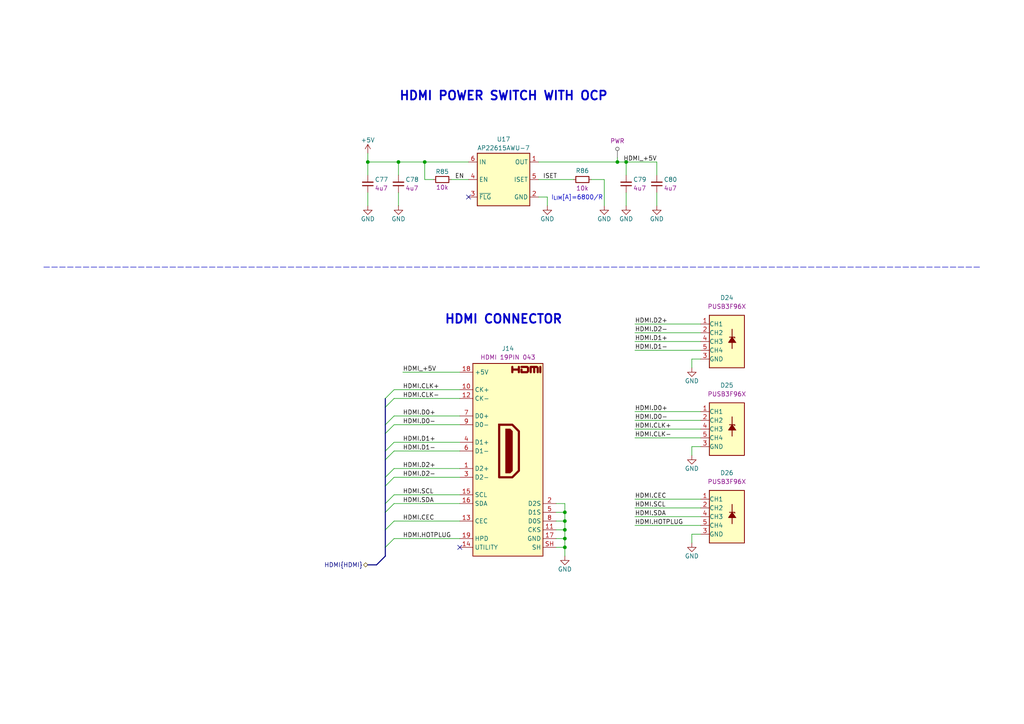
<source format=kicad_sch>
(kicad_sch (version 20250114) (generator "eeschema") (generator_version "9.0")
  (paper "A4")
  (title_block (title "ModuCard CM5 module") (date "2025-10-10") (rev "1.0.0") (company "KoNaR") (comment 1 "Project author: Dominik Pluta"))
  (lib_symbols
    (symbol "DW-ICs:AP22615AWU-7"
      (property "Reference" "U" (at 34.29 0 0))
      (property "MPN" "AP22615AWU-7" (at 34.29 -15.24 0))
      (symbol "AP22615AWU-7_0_1"
        (rectangle (start 2.54 2.54) (end 17.78 -12.7) (stroke (width 0.254)) (fill (type background)))
      )
      (symbol "AP22615AWU-7_1_0"
        (pin power_in line (at 0 0 0) (length 2.54) (name "IN") (number "6"))
        (pin input line (at 0 -5.08 0) (length 2.54) (name "EN") (number "4"))
        (pin open_collector line (at 0 -10.16 0) (length 2.54) (name "~{FLG}") (number "3"))
        (pin power_out line (at 20.32 0 180) (length 2.54) (name "OUT") (number "1"))
        (pin passive line (at 20.32 -5.08 180) (length 2.54) (name "ISET") (number "5"))
        (pin power_in line (at 20.32 -10.16 180) (length 2.54) (name "GND") (number "2"))
      )
    )
    (symbol "DW-TVS:PUSB3F96X" (pin_names (offset 0.002))
      (property "Reference" "D" (at 15.24 0 0))
      (property "MPN" "PUSB3F96X" (at 15.24 -15.24 0))
      (symbol "PUSB3F96X_1_1"
        (rectangle (start 2.54 -12.7) (end 12.7 2.54) (stroke (width 0.254)) (fill (type background)))
        (polyline (pts (xy 8.382 -3.81) (xy 9.906 -3.81) (xy 9.906 -4.064)) (stroke (width 0.254)))
        (polyline (pts (xy 9.144 -1.524) (xy 9.144 -7.112)) (stroke (width 0.254)))
        (polyline (pts (xy 10.16 -5.334) (xy 9.144 -3.81) (xy 8.128 -5.334) (xy 10.16 -5.334)) (stroke (width 0.254)) (fill (type outline)))
        (pin passive line (at 0 0 0) (length 2.54) (name "CH1") (number "1"))
        (pin passive line (at 0 0 0) (length 2.54) (hide yes) (name "CH1") (number "10"))
        (pin passive line (at 0 -2.54 0) (length 2.54) (name "CH2") (number "2"))
        (pin passive line (at 0 -2.54 0) (length 2.54) (hide yes) (name "CH2") (number "9"))
        (pin passive line (at 0 -5.08 0) (length 2.54) (name "CH3") (number "4"))
        (pin passive line (at 0 -5.08 0) (length 2.54) (hide yes) (name "CH3") (number "7"))
        (pin passive line (at 0 -7.62 0) (length 2.54) (name "CH4") (number "5"))
        (pin passive line (at 0 -7.62 0) (length 2.54) (hide yes) (name "CH4") (number "6"))
        (pin passive line (at 0 -10.16 0) (length 2.54) (name "GND") (number "3"))
        (pin passive line (at 0 -10.16 0) (length 2.54) (hide yes) (name "GND") (number "8"))
      )
    )
    (symbol "DW-capacitors:C-4u7-0402" (pin_numbers (hide yes)) (pin_names (hide yes))
      (property "Reference" "C" (at 12.7 0 0))
      (property "Val" "4u7" (at 12.7 -20.32 0))
      (symbol "C-4u7-0402_0_1"
        (polyline (pts (xy 2.032 -1.524) (xy 2.032 1.524)) (stroke (width 0.3048)))
        (polyline (pts (xy 3.048 -1.524) (xy 3.048 1.524)) (stroke (width 0.3302)))
      )
      (symbol "C-4u7-0402_1_1"
        (pin passive line (at 0 0 0) (length 2.032) (name "~") (number "1"))
        (pin passive line (at 5.08 0 180) (length 2.032) (name "~") (number "2"))
      )
    )
    (symbol "DW-connectors:HDMI-A_HDMI-19PIN-043"
      (property "Reference" "J" (at 26.67 0 0))
      (property "MPN" "HDMI 19PIN 043" (at 26.67 -15.24 0))
      (symbol "HDMI-A_HDMI-19PIN-043_0_0"
        (polyline (pts (xy 15.24 0) (xy 15.24 1.524) (xy 15.24 0.762) (xy 17.145 0.762) (xy 17.145 1.524) (xy 17.145 0)) (stroke (width 0.635)))
        (polyline (pts (xy 17.907 1.524) (xy 19.558 1.524) (xy 19.812 1.27) (xy 19.812 0.254) (xy 19.558 0) (xy 17.907 0) (xy 17.907 0.762)) (stroke (width 0.635)))
        (polyline (pts (xy 23.368 0) (xy 23.368 1.524)) (stroke (width 0.635)))
      )
      (symbol "HDMI-A_HDMI-19PIN-043_0_1"
        (polyline (pts (xy 11.43 -15.24) (xy 15.24 -15.24) (xy 17.145 -17.145) (xy 17.145 -28.575) (xy 15.24 -30.48) (xy 11.43 -30.48) (xy 11.43 -15.24)) (stroke (width 0.635)))
        (polyline (pts (xy 13.335 -16.51) (xy 14.605 -16.51) (xy 15.24 -17.145) (xy 15.24 -28.575) (xy 14.605 -29.21) (xy 13.335 -29.21) (xy 13.335 -16.51)) (stroke (width 0.254)) (fill (type outline)))
        (polyline (pts (xy 20.574 0) (xy 20.574 1.524) (xy 21.59 1.524) (xy 21.59 0) (xy 21.59 1.524) (xy 22.352 1.524) (xy 22.606 1.27) (xy 22.606 0)) (stroke (width 0.635)))
      )
      (symbol "HDMI-A_HDMI-19PIN-043_1_1"
        (rectangle (start 3.81 2.54) (end 24.13 -53.34) (stroke (width 0.254)) (fill (type background)))
        (pin power_in line (at 0 0 0) (length 3.81) (name "+5V") (number "18"))
        (pin bidirectional line (at 0 -5.08 0) (length 3.81) (name "CK+") (number "10"))
        (pin bidirectional line (at 0 -7.62 0) (length 3.81) (name "CK-") (number "12"))
        (pin bidirectional line (at 0 -12.7 0) (length 3.81) (name "D0+") (number "7"))
        (pin bidirectional line (at 0 -15.24 0) (length 3.81) (name "D0-") (number "9"))
        (pin bidirectional line (at 0 -20.32 0) (length 3.81) (name "D1+") (number "4"))
        (pin bidirectional line (at 0 -22.86 0) (length 3.81) (name "D1-") (number "6"))
        (pin bidirectional line (at 0 -27.94 0) (length 3.81) (name "D2+") (number "1"))
        (pin bidirectional line (at 0 -30.48 0) (length 3.81) (name "D2-") (number "3"))
        (pin bidirectional line (at 0 -35.56 0) (length 3.81) (name "SCL") (number "15"))
        (pin bidirectional line (at 0 -38.1 0) (length 3.81) (name "SDA") (number "16"))
        (pin bidirectional line (at 0 -43.18 0) (length 3.81) (name "CEC") (number "13"))
        (pin bidirectional line (at 0 -48.26 0) (length 3.81) (name "HPD") (number "19"))
        (pin bidirectional line (at 0 -50.8 0) (length 3.81) (name "UTILITY") (number "14"))
        (pin passive line (at 27.94 -38.1 180) (length 3.81) (name "D2S") (number "2"))
        (pin passive line (at 27.94 -40.64 180) (length 3.81) (name "D1S") (number "5"))
        (pin passive line (at 27.94 -43.18 180) (length 3.81) (name "D0S") (number "8"))
        (pin passive line (at 27.94 -45.72 180) (length 3.81) (name "CKS") (number "11"))
        (pin power_in line (at 27.94 -48.26 180) (length 3.81) (name "GND") (number "17"))
        (pin passive line (at 27.94 -50.8 180) (length 3.81) (name "SH") (number "SH"))
      )
    )
    (symbol "DW-power-symbols:+5V" (power) (pin_numbers (hide yes)) (pin_names (offset 0) (hide yes))
      (property "Value" "+5V" (at 0 3.556 0))
      (symbol "+5V_0_1"
        (polyline (pts (xy -0.762 1.27) (xy 0 2.54)))
        (polyline (pts (xy 0 2.54) (xy 0.762 1.27)))
        (polyline (pts (xy 0 0) (xy 0 2.54)))
      )
      (symbol "+5V_1_1"
        (pin power_in line (at 0 0 90) (length 0) (name "~") (number "1"))
      )
    )
    (symbol "DW-power-symbols:GND" (power) (pin_numbers (hide yes)) (pin_names (offset 0) (hide yes))
      (property "Value" "GND" (at 0 -3.81 0))
      (symbol "GND_0_1"
        (polyline (pts (xy 0 0) (xy 0 -1.27) (xy 1.27 -1.27) (xy 0 -2.54) (xy -1.27 -1.27) (xy 0 -1.27)))
      )
      (symbol "GND_1_1"
        (pin power_in line (at 0 0 270) (length 0) (name "~") (number "1"))
      )
    )
    (symbol "DW-resistors:R-10k-0402" (pin_numbers (hide yes)) (pin_names (offset 0) (hide yes))
      (property "Reference" "R" (at 12.7 0 0))
      (property "Val" "10k" (at 12.7 -20.32 0))
      (symbol "R-10k-0402_0_1"
        (rectangle (start 0.635 0.889) (end 4.445 -0.889) (stroke (width 0.254)))
      )
      (symbol "R-10k-0402_1_1"
        (pin passive line (at 0 0 0) (length 0.635) (name "~") (number "1"))
        (pin passive line (at 5.08 0 180) (length 0.635) (name "~") (number "2"))
      )
    )
  )
  (bus_alias "HDMI" (members "D2+" "D2-" "D1+" "D1-" "D0+" "D0-" "CLK+" "CLK-" "SDA" "SCL" "CEC" "HOTPLUG"))
  (text "HDMI POWER SWITCH WITH OCP" (at 146.05 27.94 0) (effects (font (size 2.54 2.54) (thickness 0.508) (bold yes))))
  (text "HDMI CONNECTOR" (at 146.05 92.71 0) (effects (font (size 2.54 2.54) (bold yes))))
  (text "I_{LIM}[A]=6800/R" (at 167.386 57.404 0) (effects (font (size 1.27 1.27))))
  (junction (at 115.57 46.99))
  (junction (at 106.68 46.99))
  (junction (at 163.83 148.59))
  (junction (at 181.61 46.99))
  (junction (at 163.83 156.21))
  (junction (at 163.83 153.67))
  (junction (at 163.83 158.75))
  (junction (at 179.07 46.99))
  (junction (at 123.19 46.99))
  (junction (at 163.83 151.13))
  (no_connect (at 133.35 158.75))
  (no_connect (at 135.89 57.15))
  (bus_entry (at 111.76 115.57) (size 2.54 -2.54))
  (bus_entry (at 111.76 123.19) (size 2.54 -2.54))
  (bus_entry (at 111.76 125.73) (size 2.54 -2.54))
  (bus_entry (at 111.76 130.81) (size 2.54 -2.54))
  (bus_entry (at 111.76 133.35) (size 2.54 -2.54))
  (bus_entry (at 111.76 140.97) (size 2.54 -2.54))
  (bus_entry (at 111.76 118.11) (size 2.54 -2.54))
  (bus_entry (at 111.76 138.43) (size 2.54 -2.54))
  (bus_entry (at 111.76 158.75) (size 2.54 -2.54))
  (bus_entry (at 111.76 146.05) (size 2.54 -2.54))
  (bus_entry (at 111.76 148.59) (size 2.54 -2.54))
  (bus_entry (at 111.76 153.67) (size 2.54 -2.54))
  (wire (pts (xy 114.3 138.43) (xy 133.35 138.43)))
  (wire (pts (xy 181.61 46.99) (xy 181.61 50.8)))
  (wire (pts (xy 190.5 46.99) (xy 190.5 50.8)))
  (wire (pts (xy 115.57 46.99) (xy 115.57 50.8)))
  (wire (pts (xy 203.2 127) (xy 184.15 127)))
  (wire (pts (xy 163.83 153.67) (xy 163.83 156.21)))
  (wire (pts (xy 114.3 156.21) (xy 133.35 156.21)))
  (bus (pts (xy 106.68 163.83) (xy 109.22 163.83)))
  (wire (pts (xy 106.68 46.99) (xy 106.68 50.8)))
  (wire (pts (xy 158.75 57.15) (xy 156.21 57.15)))
  (wire (pts (xy 156.21 46.99) (xy 179.07 46.99)))
  (wire (pts (xy 106.68 55.88) (xy 106.68 59.69)))
  (bus (pts (xy 111.76 123.19) (xy 111.76 125.73)))
  (bus (pts (xy 111.76 146.05) (xy 111.76 148.59)))
  (wire (pts (xy 114.3 135.89) (xy 133.35 135.89)))
  (wire (pts (xy 161.29 148.59) (xy 163.83 148.59)))
  (wire (pts (xy 181.61 46.99) (xy 190.5 46.99)))
  (bus (pts (xy 111.76 140.97) (xy 111.76 146.05)))
  (wire (pts (xy 163.83 146.05) (xy 163.83 148.59)))
  (wire (pts (xy 156.21 52.07) (xy 166.37 52.07)))
  (wire (pts (xy 161.29 151.13) (xy 163.83 151.13)))
  (wire (pts (xy 184.15 144.78) (xy 203.2 144.78)))
  (bus (pts (xy 111.76 125.73) (xy 111.76 130.81)))
  (wire (pts (xy 184.15 93.98) (xy 203.2 93.98)))
  (wire (pts (xy 161.29 156.21) (xy 163.83 156.21)))
  (wire (pts (xy 163.83 148.59) (xy 163.83 151.13)))
  (bus (pts (xy 111.76 118.11) (xy 111.76 123.19)))
  (wire (pts (xy 114.3 143.51) (xy 133.35 143.51)))
  (wire (pts (xy 179.07 46.99) (xy 181.61 46.99)))
  (wire (pts (xy 175.26 52.07) (xy 175.26 59.69)))
  (wire (pts (xy 200.66 129.54) (xy 200.66 132.08)))
  (wire (pts (xy 114.3 113.03) (xy 133.35 113.03)))
  (wire (pts (xy 200.66 154.94) (xy 200.66 157.48)))
  (wire (pts (xy 203.2 99.06) (xy 184.15 99.06)))
  (wire (pts (xy 163.83 156.21) (xy 163.83 158.75)))
  (wire (pts (xy 203.2 124.46) (xy 184.15 124.46)))
  (wire (pts (xy 123.19 52.07) (xy 125.73 52.07)))
  (bus (pts (xy 109.22 163.83) (xy 111.76 161.29)))
  (wire (pts (xy 114.3 115.57) (xy 133.35 115.57)))
  (wire (pts (xy 106.68 46.99) (xy 115.57 46.99)))
  (wire (pts (xy 163.83 151.13) (xy 163.83 153.67)))
  (wire (pts (xy 114.3 146.05) (xy 133.35 146.05)))
  (wire (pts (xy 115.57 55.88) (xy 115.57 59.69)))
  (wire (pts (xy 200.66 104.14) (xy 200.66 106.68)))
  (wire (pts (xy 203.2 154.94) (xy 200.66 154.94)))
  (wire (pts (xy 184.15 96.52) (xy 203.2 96.52)))
  (wire (pts (xy 203.2 121.92) (xy 184.15 121.92)))
  (wire (pts (xy 114.3 120.65) (xy 133.35 120.65)))
  (wire (pts (xy 158.75 57.15) (xy 158.75 59.69)))
  (wire (pts (xy 190.5 55.88) (xy 190.5 59.69)))
  (wire (pts (xy 203.2 149.86) (xy 184.15 149.86)))
  (wire (pts (xy 184.15 147.32) (xy 203.2 147.32)))
  (bus (pts (xy 111.76 138.43) (xy 111.76 140.97)))
  (wire (pts (xy 179.07 45.72) (xy 179.07 46.99)))
  (wire (pts (xy 114.3 128.27) (xy 133.35 128.27)))
  (wire (pts (xy 163.83 158.75) (xy 163.83 161.29)))
  (wire (pts (xy 161.29 146.05) (xy 163.83 146.05)))
  (polyline (pts (xy 12.7 77.47) (xy 284.48 77.47)) (stroke (width 0) (type dash)))
  (wire (pts (xy 203.2 101.6) (xy 184.15 101.6)))
  (wire (pts (xy 123.19 46.99) (xy 123.19 52.07)))
  (wire (pts (xy 161.29 153.67) (xy 163.83 153.67)))
  (bus (pts (xy 111.76 158.75) (xy 111.76 161.29)))
  (wire (pts (xy 116.84 107.95) (xy 133.35 107.95)))
  (wire (pts (xy 114.3 151.13) (xy 133.35 151.13)))
  (wire (pts (xy 203.2 129.54) (xy 200.66 129.54)))
  (bus (pts (xy 111.76 115.57) (xy 111.76 118.11)))
  (wire (pts (xy 115.57 46.99) (xy 123.19 46.99)))
  (wire (pts (xy 114.3 123.19) (xy 133.35 123.19)))
  (wire (pts (xy 203.2 104.14) (xy 200.66 104.14)))
  (wire (pts (xy 114.3 130.81) (xy 133.35 130.81)))
  (bus (pts (xy 111.76 130.81) (xy 111.76 133.35)))
  (wire (pts (xy 171.45 52.07) (xy 175.26 52.07)))
  (wire (pts (xy 135.89 52.07) (xy 130.81 52.07)))
  (wire (pts (xy 106.68 44.45) (xy 106.68 46.99)))
  (bus (pts (xy 111.76 133.35) (xy 111.76 138.43)))
  (bus (pts (xy 111.76 148.59) (xy 111.76 153.67)))
  (wire (pts (xy 203.2 152.4) (xy 184.15 152.4)))
  (bus (pts (xy 111.76 153.67) (xy 111.76 158.75)))
  (wire (pts (xy 181.61 55.88) (xy 181.61 59.69)))
  (wire (pts (xy 203.2 119.38) (xy 184.15 119.38)))
  (wire (pts (xy 161.29 158.75) (xy 163.83 158.75)))
  (wire (pts (xy 123.19 46.99) (xy 135.89 46.99)))
  (label "HDMI.CLK-" (at 184.15 127 0))
  (label "HDMI.D1-" (at 116.84 130.81 0))
  (label "HDMI.D0-" (at 116.84 123.19 0))
  (label "HDMI.SCL" (at 116.84 143.51 0))
  (label "ISET" (at 157.48 52.07 0))
  (label "HDMI.D1+" (at 184.15 99.06 0))
  (label "HDMI.D0-" (at 184.15 121.92 0))
  (label "HDMI.D2+" (at 116.84 135.89 0))
  (label "EN" (at 134.62 52.07 180))
  (label "HDMI.D1+" (at 116.84 128.27 0))
  (label "HDMI.CEC" (at 184.15 144.78 0))
  (label "HDMI.D1-" (at 184.15 101.6 0))
  (label "HDMI.SCL" (at 184.15 147.32 0))
  (label "HDMI.CLK+" (at 184.15 124.46 0))
  (label "HDMI.HOTPLUG" (at 184.15 152.4 0))
  (label "HDMI.D2+" (at 184.15 93.98 0))
  (label "HDMI_+5V" (at 190.5 46.99 180))
  (label "HDMI.CLK-" (at 116.84 115.57 0))
  (label "HDMI.D0+" (at 184.15 119.38 0))
  (label "HDMI.SDA" (at 116.84 146.05 0))
  (label "HDMI.D0+" (at 116.84 120.65 0))
  (label "HDMI.SDA" (at 184.15 149.86 0))
  (label "HDMI.CLK+" (at 116.84 113.03 0))
  (label "HDMI.D2-" (at 116.84 138.43 0))
  (label "HDMI.HOTPLUG" (at 116.84 156.21 0))
  (label "HDMI.D2-" (at 184.15 96.52 0))
  (label "HDMI.CEC" (at 116.84 151.13 0))
  (label "HDMI_+5V" (at 116.84 107.95 0))
  (hierarchical_label "HDMI{HDMI}" (shape bidirectional) (at 106.68 163.83 180))
  (netclass_flag "" (length 2.54) (shape round) (at 179.07 45.72 0) (property "Netclass" "PWR" (at 179.07 40.894 0)))
  (symbol (lib_id "DW-power-symbols:GND") (at 200.66 132.08 0) (mirror y) (unit 1)
    (property "Reference" "#PWR0205" (effects (hide yes)))
    (property "Value" "GND" (at 200.66 135.89 0))
    (property "Description" "Power symbol creates a global label with name \"GND\" , ground" (effects (hide yes)))
  )
  (symbol (lib_id "DW-capacitors:C-4u7-0402") (at 115.57 55.88 90) (unit 1)
    (property "Reference" "C78" (at 117.602 52.07 90) (effects (justify right)))
    (property "Value" "C-4u7-0402" (effects (hide yes)))
    (property "Footprint" "DW-footprints:C_0402_1005Metric" (effects (hide yes)))
    (property "Datasheet" "https://lcsc.com/datasheet/lcsc_datasheet_2304140030_Samsung-Electro-Mechanics-CL05A475MP5NRNC_C23733.pdf" (effects (hide yes)))
    (property "Description" "10V 4.7uF X5R ±20% 0402 Multilayer Ceramic Capacitors MLCC - SMD/SMT ROHS" (effects (hide yes)))
    (property "Manufacturer" "Samsung Electro-Mechanics" (effects (hide yes)))
    (property "MPN" "CL05A475MP5NRNC" (effects (hide yes)))
    (property "LCSC" "C23733" (effects (hide yes)))
    (property "Val" "4u7" (at 117.602 54.61 90) (effects (justify right)))
    (property "Tolerance" "20%" (effects (hide yes)))
    (property "Voltage" "10V" (effects (hide yes)))
    (property "Dielectric" "X5R" (effects (hide yes)))
  )
  (symbol (lib_id "DW-power-symbols:GND") (at 181.61 59.69 0) (unit 1)
    (property "Reference" "#PWR0201" (effects (hide yes)))
    (property "Value" "GND" (at 181.61 63.5 0))
    (property "Description" "Power symbol creates a global label with name \"GND\" , ground" (effects (hide yes)))
  )
  (symbol (lib_id "DW-power-symbols:GND") (at 200.66 157.48 0) (mirror y) (unit 1)
    (property "Reference" "#PWR0206" (effects (hide yes)))
    (property "Value" "GND" (at 200.66 161.29 0))
    (property "Description" "Power symbol creates a global label with name \"GND\" , ground" (effects (hide yes)))
  )
  (symbol (lib_id "DW-power-symbols:GND") (at 190.5 59.69 0) (unit 1)
    (property "Reference" "#PWR0202" (effects (hide yes)))
    (property "Value" "GND" (at 190.5 63.5 0))
    (property "Description" "Power symbol creates a global label with name \"GND\" , ground" (effects (hide yes)))
  )
  (symbol (lib_id "DW-power-symbols:GND") (at 115.57 59.69 0) (unit 1)
    (property "Reference" "#PWR0198" (effects (hide yes)))
    (property "Value" "GND" (at 115.57 63.5 0))
    (property "Description" "Power symbol creates a global label with name \"GND\" , ground" (effects (hide yes)))
  )
  (symbol (lib_id "DW-connectors:HDMI-A_HDMI-19PIN-043") (at 133.35 107.95 0) (unit 1)
    (property "Reference" "J14" (at 147.32 101.092 0))
    (property "Value" "HDMI-A_HDMI-19PIN-043" (effects (hide yes)))
    (property "Footprint" "DW-footprints:Conn_HDMI-A_HDMI-19PIN-043" (effects (hide yes)))
    (property "Datasheet" "https://lcsc.com/datasheet/lcsc_datasheet_2306201607_SHOU-HAN-HDMI-19PIN-043_C2858275.pdf" (effects (hide yes)))
    (property "Description" "HDMI Receptacle Connector 19 Position Surface Mount, Right Angle; Through Hole" (effects (hide yes)))
    (property "Manufacturer" "SHOU HAN" (effects (hide yes)))
    (property "MPN" "HDMI 19PIN 043" (at 147.32 103.632 0))
    (property "LCSC" "C2858275" (effects (hide yes)))
  )
  (symbol (lib_id "DW-capacitors:C-4u7-0402") (at 106.68 55.88 90) (unit 1)
    (property "Reference" "C77" (at 108.712 52.07 90) (effects (justify right)))
    (property "Value" "C-4u7-0402" (effects (hide yes)))
    (property "Footprint" "DW-footprints:C_0402_1005Metric" (effects (hide yes)))
    (property "Datasheet" "https://lcsc.com/datasheet/lcsc_datasheet_2304140030_Samsung-Electro-Mechanics-CL05A475MP5NRNC_C23733.pdf" (effects (hide yes)))
    (property "Description" "10V 4.7uF X5R ±20% 0402 Multilayer Ceramic Capacitors MLCC - SMD/SMT ROHS" (effects (hide yes)))
    (property "Manufacturer" "Samsung Electro-Mechanics" (effects (hide yes)))
    (property "MPN" "CL05A475MP5NRNC" (effects (hide yes)))
    (property "LCSC" "C23733" (effects (hide yes)))
    (property "Val" "4u7" (at 108.712 54.61 90) (effects (justify right)))
    (property "Tolerance" "20%" (effects (hide yes)))
    (property "Voltage" "10V" (effects (hide yes)))
    (property "Dielectric" "X5R" (effects (hide yes)))
  )
  (symbol (lib_id "DW-TVS:PUSB3F96X") (at 203.2 144.78 0) (unit 1)
    (property "Reference" "D26" (at 210.82 137.16 0))
    (property "Value" "PUSB3F96X" (effects (hide yes)))
    (property "Footprint" "DW-footprints:SOT1176-1" (effects (hide yes)))
    (property "Datasheet" "https://mouser.com/datasheet/2/916/PUSB3F96-1600324.pdf" (effects (hide yes)))
    (property "Description" "TVS diode array, 10 kV, DFN-2510, 5.5 V, 0.5 pF" (effects (hide yes)))
    (property "Manufacturer" "Nexperia" (effects (hide yes)))
    (property "MPN" "PUSB3F96X" (at 210.82 139.7 0))
    (property "LCSC" "C478121" (effects (hide yes)))
  )
  (symbol (lib_id "DW-power-symbols:GND") (at 158.75 59.69 0) (unit 1)
    (property "Reference" "#PWR0199" (effects (hide yes)))
    (property "Value" "GND" (at 158.75 63.5 0))
    (property "Description" "Power symbol creates a global label with name \"GND\" , ground" (effects (hide yes)))
  )
  (symbol (lib_id "DW-resistors:R-10k-0402") (at 125.73 52.07 0) (unit 1)
    (property "Reference" "R85" (at 128.27 49.784 0))
    (property "Value" "R-10k-0402" (effects (hide yes)))
    (property "Footprint" "DW-footprints:R_0402_1005Metric" (effects (hide yes)))
    (property "Datasheet" "https://lcsc.com/datasheet/lcsc_datasheet_2411221126_UNI-ROYAL-Uniroyal-Elec-0402WGF1002TCE_C25744.pdf" (effects (hide yes)))
    (property "Description" "62.5mW Thick Film Resistor 50V ±100ppm/℃ ±1% 10kΩ 0402 Chip Resistor - Surface Mount ROHS" (effects (hide yes)))
    (property "Manufacturer" "UNI-ROYAL(Uniroyal Elec)" (effects (hide yes)))
    (property "MPN" "0402WGF1002TCE" (effects (hide yes)))
    (property "LCSC" "C25744" (effects (hide yes)))
    (property "Val" "10k" (at 128.27 54.356 0))
    (property "Tolerance" "1%" (effects (hide yes)))
  )
  (symbol (lib_id "DW-TVS:PUSB3F96X") (at 203.2 119.38 0) (unit 1)
    (property "Reference" "D25" (at 210.82 111.76 0))
    (property "Value" "PUSB3F96X" (effects (hide yes)))
    (property "Footprint" "DW-footprints:SOT1176-1" (effects (hide yes)))
    (property "Datasheet" "https://mouser.com/datasheet/2/916/PUSB3F96-1600324.pdf" (effects (hide yes)))
    (property "Description" "TVS diode array, 10 kV, DFN-2510, 5.5 V, 0.5 pF" (effects (hide yes)))
    (property "Manufacturer" "Nexperia" (effects (hide yes)))
    (property "MPN" "PUSB3F96X" (at 210.82 114.3 0))
    (property "LCSC" "C478121" (effects (hide yes)))
  )
  (symbol (lib_id "DW-power-symbols:GND") (at 200.66 106.68 0) (mirror y) (unit 1)
    (property "Reference" "#PWR0203" (effects (hide yes)))
    (property "Value" "GND" (at 200.66 110.49 0))
    (property "Description" "Power symbol creates a global label with name \"GND\" , ground" (effects (hide yes)))
  )
  (symbol (lib_id "DW-ICs:AP22615AWU-7") (at 135.89 46.99 0) (unit 1)
    (property "Reference" "U17" (at 146.05 40.386 0))
    (property "Value" "AP22615AWU-7" (at 146.05 42.926 0))
    (property "Footprint" "DW-footprints:TSOT-23-6" (effects (hide yes)))
    (property "Datasheet" "https://www.diodes.com/datasheet/download/AP22815_615.pdf" (effects (hide yes)))
    (property "Description" "3V~5.5V 40mΩ 3A 1 High Side Switch TSOT-23-6 Power Distribution Switches ROHS" (effects (hide yes)))
    (property "Manufacturer" "Diodes Incorporated" (effects (hide yes)))
    (property "MPN" "AP22615AWU-7" (effects (hide yes)))
    (property "LCSC" "C2680357" (effects (hide yes)))
  )
  (symbol (lib_id "DW-power-symbols:GND") (at 106.68 59.69 0) (unit 1)
    (property "Reference" "#PWR0197" (effects (hide yes)))
    (property "Value" "GND" (at 106.68 63.5 0))
    (property "Description" "Power symbol creates a global label with name \"GND\" , ground" (effects (hide yes)))
  )
  (symbol (lib_id "DW-power-symbols:GND") (at 163.83 161.29 0) (unit 1)
    (property "Reference" "#PWR0204" (effects (hide yes)))
    (property "Value" "GND" (at 163.83 165.1 0))
    (property "Description" "Power symbol creates a global label with name \"GND\" , ground" (effects (hide yes)))
  )
  (symbol (lib_id "DW-capacitors:C-4u7-0402") (at 190.5 55.88 90) (unit 1)
    (property "Reference" "C80" (at 192.532 52.07 90) (effects (justify right)))
    (property "Value" "C-4u7-0402" (effects (hide yes)))
    (property "Footprint" "DW-footprints:C_0402_1005Metric" (effects (hide yes)))
    (property "Datasheet" "https://lcsc.com/datasheet/lcsc_datasheet_2304140030_Samsung-Electro-Mechanics-CL05A475MP5NRNC_C23733.pdf" (effects (hide yes)))
    (property "Description" "10V 4.7uF X5R ±20% 0402 Multilayer Ceramic Capacitors MLCC - SMD/SMT ROHS" (effects (hide yes)))
    (property "Manufacturer" "Samsung Electro-Mechanics" (effects (hide yes)))
    (property "MPN" "CL05A475MP5NRNC" (effects (hide yes)))
    (property "LCSC" "C23733" (effects (hide yes)))
    (property "Val" "4u7" (at 192.532 54.61 90) (effects (justify right)))
    (property "Tolerance" "20%" (effects (hide yes)))
    (property "Voltage" "10V" (effects (hide yes)))
    (property "Dielectric" "X5R" (effects (hide yes)))
  )
  (symbol (lib_id "DW-capacitors:C-4u7-0402") (at 181.61 55.88 90) (unit 1)
    (property "Reference" "C79" (at 183.642 52.07 90) (effects (justify right)))
    (property "Value" "C-4u7-0402" (effects (hide yes)))
    (property "Footprint" "DW-footprints:C_0402_1005Metric" (effects (hide yes)))
    (property "Datasheet" "https://lcsc.com/datasheet/lcsc_datasheet_2304140030_Samsung-Electro-Mechanics-CL05A475MP5NRNC_C23733.pdf" (effects (hide yes)))
    (property "Description" "10V 4.7uF X5R ±20% 0402 Multilayer Ceramic Capacitors MLCC - SMD/SMT ROHS" (effects (hide yes)))
    (property "Manufacturer" "Samsung Electro-Mechanics" (effects (hide yes)))
    (property "MPN" "CL05A475MP5NRNC" (effects (hide yes)))
    (property "LCSC" "C23733" (effects (hide yes)))
    (property "Val" "4u7" (at 183.642 54.61 90) (effects (justify right)))
    (property "Tolerance" "20%" (effects (hide yes)))
    (property "Voltage" "10V" (effects (hide yes)))
    (property "Dielectric" "X5R" (effects (hide yes)))
  )
  (symbol (lib_id "DW-power-symbols:+5V") (at 106.68 44.45 0) (unit 1)
    (property "Reference" "#PWR0196" (effects (hide yes)))
    (property "Value" "+5V" (at 106.68 40.64 0))
    (property "Description" "Power symbol creates a global label with name \"+5V\"" (effects (hide yes)))
  )
  (symbol (lib_id "DW-TVS:PUSB3F96X") (at 203.2 93.98 0) (unit 1)
    (property "Reference" "D24" (at 210.82 86.36 0))
    (property "Value" "PUSB3F96X" (effects (hide yes)))
    (property "Footprint" "DW-footprints:SOT1176-1" (effects (hide yes)))
    (property "Datasheet" "https://mouser.com/datasheet/2/916/PUSB3F96-1600324.pdf" (effects (hide yes)))
    (property "Description" "TVS diode array, 10 kV, DFN-2510, 5.5 V, 0.5 pF" (effects (hide yes)))
    (property "Manufacturer" "Nexperia" (effects (hide yes)))
    (property "MPN" "PUSB3F96X" (at 210.82 88.9 0))
    (property "LCSC" "C478121" (effects (hide yes)))
  )
  (symbol (lib_id "DW-resistors:R-10k-0402") (at 166.37 52.07 0) (unit 1)
    (property "Reference" "R86" (at 168.91 49.53 0))
    (property "Value" "R-10k-0402" (effects (hide yes)))
    (property "Footprint" "DW-footprints:R_0402_1005Metric" (effects (hide yes)))
    (property "Datasheet" "https://lcsc.com/datasheet/lcsc_datasheet_2411221126_UNI-ROYAL-Uniroyal-Elec-0402WGF1002TCE_C25744.pdf" (effects (hide yes)))
    (property "Description" "62.5mW Thick Film Resistor 50V ±100ppm/℃ ±1% 10kΩ 0402 Chip Resistor - Surface Mount ROHS" (effects (hide yes)))
    (property "Manufacturer" "UNI-ROYAL(Uniroyal Elec)" (effects (hide yes)))
    (property "MPN" "0402WGF1002TCE" (effects (hide yes)))
    (property "LCSC" "C25744" (effects (hide yes)))
    (property "Val" "10k" (at 168.91 54.61 0))
    (property "Tolerance" "1%" (effects (hide yes)))
  )
  (symbol (lib_id "DW-power-symbols:GND") (at 175.26 59.69 0) (unit 1)
    (property "Reference" "#PWR0200" (effects (hide yes)))
    (property "Value" "GND" (at 175.26 63.5 0))
    (property "Description" "Power symbol creates a global label with name \"GND\" , ground" (effects (hide yes)))
  )
)
</source>
